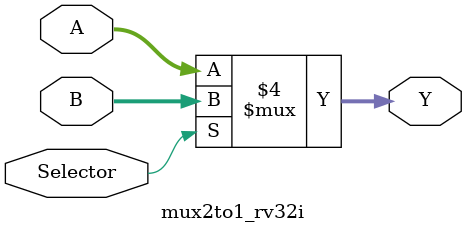
<source format=v>

module mux2to1_rv32i (
    input wire [31:0] A, 
    input wire [31:0] B,  
    input wire Selector,   
    output reg [31:0] Y 
);

    always @(*) begin
        if (Selector == 1'b0) begin
            Y = A; 
        end
        else begin
            Y = B; 
        end
    end

endmodule
</source>
